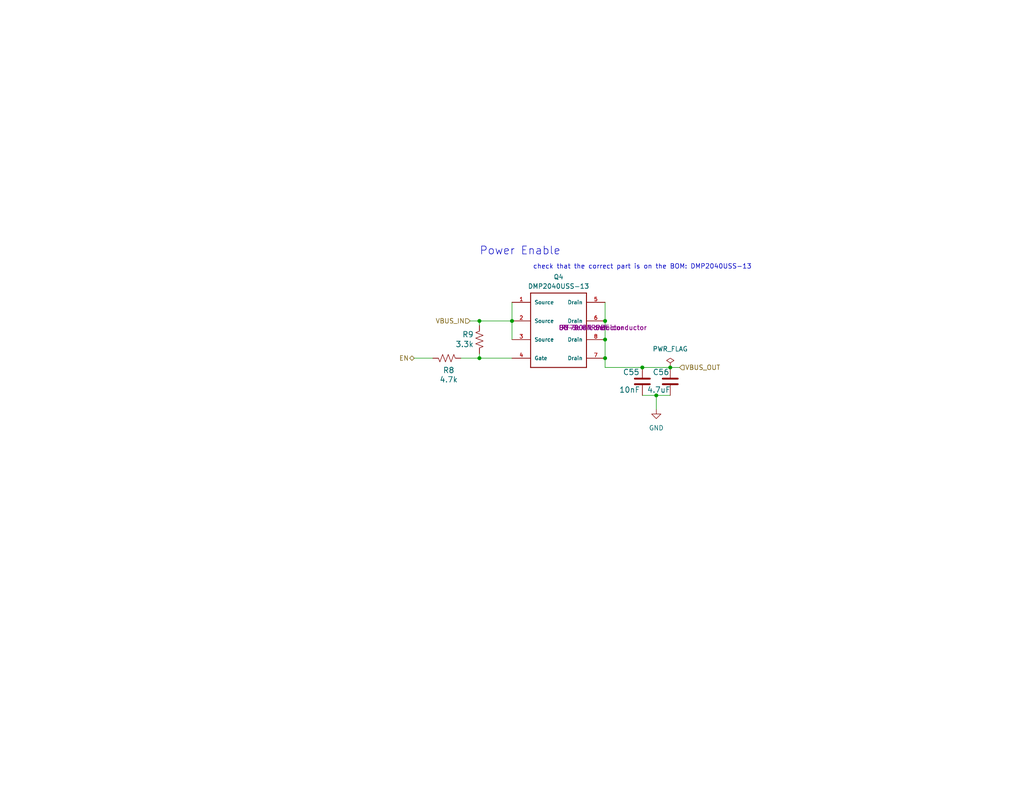
<source format=kicad_sch>
(kicad_sch (version 20250114) (generator "eeschema") (generator_version "9.0")
  (paper "A")
  (title_block (title "ADCS Main Board") (date "2025-04-07") (rev "1.3") (company "Stanford Student Space Initiative") (comment 1 "Sage Wu"))
  (lib_symbols
    (symbol "Device:C" (pin_numbers (hide yes)) (pin_names (offset 0.254))
      (property "Reference" "C" (at 0.635 2.54 0))
      (property "Value" "C" (at 0.635 -2.54 0))
      (symbol "C_0_1"
        (polyline (pts (xy -2.032 0.762) (xy 2.032 0.762)) (stroke (width 0.508)))
        (polyline (pts (xy -2.032 -0.762) (xy 2.032 -0.762)) (stroke (width 0.508)))
      )
      (symbol "C_1_1"
        (pin passive line (at 0 3.81 270) (length 2.794) (name "~") (number "1"))
        (pin passive line (at 0 -3.81 90) (length 2.794) (name "~") (number "2"))
      )
    )
    (symbol "Device:R_US" (pin_numbers (hide yes)) (pin_names (offset 0))
      (property "Reference" "R" (at 2.54 0 90))
      (property "Value" "R_US" (at -2.54 0 90))
      (symbol "R_US_0_1"
        (polyline (pts (xy 0 2.286) (xy 0 2.54)))
        (polyline (pts (xy 0 2.286) (xy 1.016 1.905) (xy 0 1.524) (xy -1.016 1.143) (xy 0 0.762)))
        (polyline (pts (xy 0 0.762) (xy 1.016 0.381) (xy 0 0) (xy -1.016 -0.381) (xy 0 -0.762)))
        (polyline (pts (xy 0 -0.762) (xy 1.016 -1.143) (xy 0 -1.524) (xy -1.016 -1.905) (xy 0 -2.286)))
        (polyline (pts (xy 0 -2.286) (xy 0 -2.54)))
      )
      (symbol "R_US_1_1"
        (pin passive line (at 0 3.81 270) (length 1.27) (name "~") (number "1"))
        (pin passive line (at 0 -3.81 90) (length 1.27) (name "~") (number "2"))
      )
    )
    (symbol "power:GND" (power) (pin_numbers (hide yes)) (pin_names (offset 0) (hide yes))
      (property "Value" "GND" (at 0 -3.81 0))
      (symbol "GND_0_1"
        (polyline (pts (xy 0 0) (xy 0 -1.27) (xy 1.27 -1.27) (xy 0 -2.54) (xy -1.27 -1.27) (xy 0 -1.27)))
      )
      (symbol "GND_1_1"
        (pin power_in line (at 0 0 270) (length 0) (name "~") (number "1"))
      )
    )
    (symbol "power:PWR_FLAG" (power) (pin_numbers (hide yes)) (pin_names (offset 0) (hide yes))
      (property "Value" "PWR_FLAG" (at 0 3.81 0))
      (symbol "PWR_FLAG_0_0"
        (pin power_out line (at 0 0 90) (length 0) (name "~") (number "1"))
      )
      (symbol "PWR_FLAG_0_1"
        (polyline (pts (xy 0 0) (xy 0 1.27) (xy -1.016 1.905) (xy 0 2.54) (xy 1.016 1.905) (xy 0 1.27)))
      )
    )
    (symbol "ssi_transistor:DMP2040USS-13" (pin_names (offset 1.016))
      (property "Reference" "Q" (at -7.62 10.287 0))
      (property "Value" "DMP2040USS-13" (at -7.493 -12.065 0))
      (symbol "DMP2040USS-13_0_0"
        (polyline (pts (xy -7.62 10.16) (xy 7.62 10.16)) (stroke (width 0.254)))
        (polyline (pts (xy -7.62 -10.16) (xy -7.62 10.16)) (stroke (width 0.254)))
        (polyline (pts (xy 7.62 10.16) (xy 7.62 -10.16)) (stroke (width 0.254)))
        (polyline (pts (xy 7.62 -10.16) (xy -7.62 -10.16)) (stroke (width 0.254)))
        (pin passive line (at -12.7 7.62 0) (length 5.08) (name "Source") (number "1"))
        (pin passive line (at -12.7 2.54 0) (length 5.08) (name "Source") (number "2"))
        (pin passive line (at -12.7 -2.54 0) (length 5.08) (name "Source") (number "3"))
        (pin passive line (at 12.7 7.62 180) (length 5.08) (name "Drain") (number "5"))
        (pin passive line (at 12.7 2.54 180) (length 5.08) (name "Drain") (number "6"))
        (pin passive line (at 12.7 -2.54 180) (length 5.08) (name "Drain") (number "8"))
        (pin passive line (at 12.7 -7.62 180) (length 5.08) (name "Drain") (number "7"))
      )
      (symbol "DMP2040USS-13_1_0"
        (pin input line (at -12.7 -7.62 0) (length 5.08) (name "Gate") (number "4"))
      )
    )
  )
  (text "Power Enable" (at 130.81 69.85 0) (effects (font (size 2.159 2.159)) (justify left bottom)))
  (text "check that the correct part is on the BOM: DMP2040USS-13" (at 175.26 72.898 0) (effects (font (size 1.27 1.27))))
  (junction (at 165.1 92.71))
  (junction (at 130.81 97.79))
  (junction (at 179.07 107.95))
  (junction (at 165.1 87.63))
  (junction (at 139.7 87.63))
  (junction (at 165.1 97.79))
  (junction (at 175.26 100.33))
  (junction (at 182.88 100.33))
  (junction (at 130.81 87.63))
  (wire (pts (xy 130.81 97.79) (xy 139.7 97.79)))
  (wire (pts (xy 130.81 87.63) (xy 139.7 87.63)))
  (wire (pts (xy 165.1 100.33) (xy 165.1 97.79)))
  (wire (pts (xy 185.42 100.33) (xy 182.88 100.33)))
  (wire (pts (xy 165.1 100.33) (xy 175.26 100.33)))
  (wire (pts (xy 125.73 97.79) (xy 130.81 97.79)))
  (wire (pts (xy 175.26 100.33) (xy 182.88 100.33)))
  (wire (pts (xy 165.1 92.71) (xy 165.1 97.79)))
  (wire (pts (xy 165.1 82.55) (xy 165.1 87.63)))
  (wire (pts (xy 175.26 107.95) (xy 179.07 107.95)))
  (wire (pts (xy 113.03 97.79) (xy 118.11 97.79)))
  (wire (pts (xy 130.81 96.52) (xy 130.81 97.79)))
  (wire (pts (xy 130.81 87.63) (xy 130.81 88.9)))
  (wire (pts (xy 179.07 107.95) (xy 182.88 107.95)))
  (wire (pts (xy 165.1 87.63) (xy 165.1 92.71)))
  (wire (pts (xy 179.07 111.76) (xy 179.07 107.95)))
  (wire (pts (xy 139.7 87.63) (xy 139.7 92.71)))
  (wire (pts (xy 128.27 87.63) (xy 130.81 87.63)))
  (wire (pts (xy 139.7 82.55) (xy 139.7 87.63)))
  (hierarchical_label "EN" (shape bidirectional) (at 113.03 97.79 180))
  (hierarchical_label "VBUS_IN" (shape input) (at 128.27 87.63 180))
  (hierarchical_label "VBUS_OUT" (shape input) (at 185.42 100.33 0))
  (symbol (lib_id "Device:R_US") (at 121.92 97.79 270) (mirror x) (unit 1)
    (property "Reference" "R2" (at 122.428 101.092 90) (effects (font (size 1.4986 1.4986))))
    (property "Value" "4.7k" (at 122.428 103.632 90) (effects (font (size 1.4986 1.4986))))
    (property "Footprint" "Resistor_SMD:R_0603_1608Metric" (effects (hide yes)))
    (property "Description" "Resistor, US symbol" (effects (hide yes)))
    (instances (project "mainboard" (path "" (reference "R8") (unit 1)) (path "" (reference "R2") (unit 1)) (path "" (reference "R24") (unit 1)) (path "" (reference "R47") (unit 1))))
  )
  (symbol (lib_id "power:PWR_FLAG") (at 182.88 100.33 0) (unit 1)
    (property "Reference" "#FLG02" (effects (hide yes)))
    (property "Value" "PWR_FLAG" (at 182.88 95.2754 0))
    (property "Description" "Special symbol for telling ERC where power comes from" (effects (hide yes)))
    (instances (project "mainboard" (path "" (reference "#FLG0101") (unit 1)) (path "" (reference "#FLG02") (unit 1)) (path "" (reference "#FLG0102") (unit 1)) (path "" (reference "#FLG0104") (unit 1))))
  )
  (symbol (lib_id "power:GND") (at 179.07 111.76 0) (unit 1)
    (property "Reference" "#PWR04" (effects (hide yes)))
    (property "Value" "GND" (at 179.07 116.84 0))
    (property "Description" "Power symbol creates a global label with name \"GND\" , ground" (effects (hide yes)))
    (instances (project "mainboard" (path "" (reference "#PWR0108") (unit 1)) (path "" (reference "#PWR04") (unit 1)) (path "" (reference "#PWR0110") (unit 1)) (path "" (reference "#PWR0114") (unit 1))))
  )
  (symbol (lib_id "Device:R_US") (at 130.81 92.71 0) (mirror x) (unit 1)
    (property "Reference" "R1" (at 129.286 91.313 0) (effects (font (size 1.4986 1.4986)) (justify right)))
    (property "Value" "3.3k" (at 129.286 93.98 0) (effects (font (size 1.4986 1.4986)) (justify right)))
    (property "Footprint" "Resistor_SMD:R_0603_1608Metric" (effects (hide yes)))
    (property "Description" "Resistor, US symbol" (effects (hide yes)))
    (instances (project "mainboard" (path "" (reference "R9") (unit 1)) (path "" (reference "R1") (unit 1)) (path "" (reference "R25") (unit 1)) (path "" (reference "R48") (unit 1))))
  )
  (symbol (lib_id "ssi_transistor:DMP2040USS-13") (at 152.4 90.17 0) (unit 1)
    (property "Reference" "Q2" (at 152.4 75.6158 0))
    (property "Value" "DMP2040USS-13" (at 152.4 78.1558 0))
    (property "Footprint" "ssi_transistor:DMP2040USS-13" (effects (hide yes)))
    (property "Datasheet" "https://www.infineon.com/dgdl/irf7404pbf.pdf?fileId=5546d462533600a4015355fa31be1ba0" (effects (hide yes)))
    (property "Description" "P-Channel MOSFET" (effects (hide yes)))
    (property "Flight" "DMP2040USS-13" (effects (hide yes)))
    (property "Proto" "DMP2022LSS-13" (effects (hide yes)))
    (property "Field4" "ON Semiconductor" (at 152.4 90.17 0) (effects (justify left bottom)))
    (property "Field7" "IRF7404TRPBF" (at 152.4 90.17 0) (effects (justify left bottom)))
    (property "Field8" "SO-8 ON Semiconductor" (at 152.4 90.17 0) (effects (justify left bottom)))
    (instances (project "mainboard" (path "" (reference "Q4") (unit 1)) (path "" (reference "Q2") (unit 1)) (path "" (reference "Q5") (unit 1)) (path "" (reference "Q6") (unit 1))))
  )
  (symbol (lib_id "Device:C") (at 182.88 104.14 0) (unit 1)
    (property "Reference" "C4" (at 178.054 101.6 0) (effects (font (size 1.4986 1.4986)) (justify left)))
    (property "Value" "4.7uF" (at 176.53 106.426 0) (effects (font (size 1.4986 1.4986)) (justify left)))
    (property "Footprint" "Capacitor_SMD:C_0603_1608Metric" (effects (hide yes)))
    (property "Description" "Unpolarized capacitor" (effects (hide yes)))
    (instances (project "mainboard" (path "" (reference "C56") (unit 1)) (path "" (reference "C4") (unit 1)) (path "" (reference "C58") (unit 1)) (path "" (reference "C62") (unit 1))))
  )
  (symbol (lib_id "Device:C") (at 175.26 104.14 0) (unit 1)
    (property "Reference" "C3" (at 169.926 101.6 0) (effects (font (size 1.4986 1.4986)) (justify left)))
    (property "Value" "10nF" (at 168.91 106.426 0) (effects (font (size 1.4986 1.4986)) (justify left)))
    (property "Footprint" "Capacitor_SMD:C_0603_1608Metric" (effects (hide yes)))
    (property "Description" "Unpolarized capacitor" (effects (hide yes)))
    (instances (project "mainboard" (path "" (reference "C55") (unit 1)) (path "" (reference "C3") (unit 1)) (path "" (reference "C57") (unit 1)) (path "" (reference "C61") (unit 1))))
  )
)
</source>
